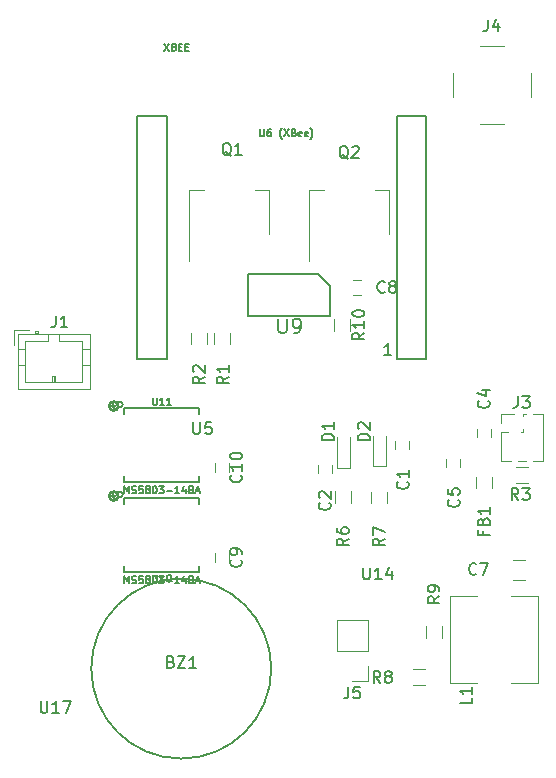
<source format=gbr>
G04 #@! TF.FileFunction,Legend,Top*
%FSLAX46Y46*%
G04 Gerber Fmt 4.6, Leading zero omitted, Abs format (unit mm)*
G04 Created by KiCad (PCBNEW 4.0.6) date Wed Dec 27 21:20:59 2017*
%MOMM*%
%LPD*%
G01*
G04 APERTURE LIST*
%ADD10C,0.128000*%
%ADD11C,0.150000*%
%ADD12C,0.120000*%
%ADD13C,0.203200*%
%ADD14C,0.254000*%
%ADD15C,0.127000*%
%ADD16C,0.152400*%
G04 APERTURE END LIST*
D10*
D11*
X156591000Y-110363000D02*
G75*
G03X156591000Y-110363000I-7620000J0D01*
G01*
D12*
X151720000Y-82923000D02*
X151720000Y-81923000D01*
X153080000Y-81923000D02*
X153080000Y-82923000D01*
X151175000Y-81923000D02*
X151175000Y-82923000D01*
X149815000Y-82923000D02*
X149815000Y-81923000D01*
D13*
X147731480Y-84114640D02*
X145232120Y-84114640D01*
X145232120Y-84114640D02*
X145232120Y-63614300D01*
X145232120Y-63614300D02*
X147731480Y-63614300D01*
X147731480Y-84114640D02*
X147731480Y-63614300D01*
X167228520Y-84114640D02*
X169727880Y-84114640D01*
X169727880Y-84114640D02*
X169727880Y-63614300D01*
X169727880Y-63614300D02*
X167228520Y-63614300D01*
X167228520Y-84114640D02*
X167228520Y-63614300D01*
D12*
X176035000Y-92770000D02*
X176857470Y-92770000D01*
X178742530Y-92770000D02*
X179565000Y-92770000D01*
X177472530Y-92770000D02*
X178127470Y-92770000D01*
X176035000Y-90295000D02*
X176035000Y-92770000D01*
X179565000Y-88840000D02*
X179565000Y-92770000D01*
X176035000Y-90295000D02*
X176601529Y-90295000D01*
X177728471Y-90295000D02*
X177871529Y-90295000D01*
X177925000Y-90241529D02*
X177925000Y-90098471D01*
X177925000Y-88971529D02*
X177925000Y-88840000D01*
X177925000Y-88840000D02*
X178127470Y-88840000D01*
X178742530Y-88840000D02*
X179565000Y-88840000D01*
X176035000Y-89535000D02*
X176035000Y-88775000D01*
X176035000Y-88775000D02*
X177165000Y-88775000D01*
X167040000Y-91790000D02*
X167040000Y-91090000D01*
X168240000Y-91090000D02*
X168240000Y-91790000D01*
X161763000Y-93122000D02*
X161763000Y-93822000D01*
X160563000Y-93822000D02*
X160563000Y-93122000D01*
X175225000Y-90074000D02*
X175225000Y-90774000D01*
X174025000Y-90774000D02*
X174025000Y-90074000D01*
X172558000Y-92614000D02*
X172558000Y-93314000D01*
X171358000Y-93314000D02*
X171358000Y-92614000D01*
X163480000Y-77505000D02*
X164180000Y-77505000D01*
X164180000Y-78705000D02*
X163480000Y-78705000D01*
X162137000Y-93367000D02*
X163237000Y-93367000D01*
X163237000Y-93367000D02*
X163237000Y-90767000D01*
X162137000Y-93367000D02*
X162137000Y-90767000D01*
X165185000Y-93240000D02*
X166285000Y-93240000D01*
X166285000Y-93240000D02*
X166285000Y-90640000D01*
X165185000Y-93240000D02*
X165185000Y-90640000D01*
X175305000Y-94115000D02*
X175305000Y-95115000D01*
X173945000Y-95115000D02*
X173945000Y-94115000D01*
X174050500Y-111586500D02*
X171750500Y-111586500D01*
X171750500Y-111586500D02*
X171750500Y-104186500D01*
X171750500Y-104186500D02*
X174050500Y-104186500D01*
X176850500Y-104186500D02*
X179150500Y-104186500D01*
X179150500Y-104186500D02*
X179150500Y-111586500D01*
X179150500Y-111586500D02*
X176850500Y-111586500D01*
X156445000Y-69845000D02*
X155185000Y-69845000D01*
X149625000Y-69845000D02*
X150885000Y-69845000D01*
X156445000Y-73605000D02*
X156445000Y-69845000D01*
X149625000Y-75855000D02*
X149625000Y-69845000D01*
X166605000Y-69845000D02*
X165345000Y-69845000D01*
X159785000Y-69845000D02*
X161045000Y-69845000D01*
X166605000Y-73605000D02*
X166605000Y-69845000D01*
X159785000Y-75855000D02*
X159785000Y-69845000D01*
X177300000Y-93300000D02*
X178300000Y-93300000D01*
X178300000Y-94660000D02*
X177300000Y-94660000D01*
X163367000Y-95342000D02*
X163367000Y-96342000D01*
X162007000Y-96342000D02*
X162007000Y-95342000D01*
X166415000Y-95385000D02*
X166415000Y-96385000D01*
X165055000Y-96385000D02*
X165055000Y-95385000D01*
X169600500Y-111741500D02*
X168600500Y-111741500D01*
X168600500Y-110381500D02*
X169600500Y-110381500D01*
X169690500Y-107751500D02*
X169690500Y-106751500D01*
X171050500Y-106751500D02*
X171050500Y-107751500D01*
X161880000Y-81780000D02*
X161880000Y-80780000D01*
X163240000Y-80780000D02*
X163240000Y-81780000D01*
D11*
X161565000Y-77985000D02*
X160565000Y-76985000D01*
X160565000Y-76985000D02*
X154665000Y-76985000D01*
X154665000Y-76985000D02*
X154665000Y-80495000D01*
X154665000Y-80495000D02*
X161565000Y-80495000D01*
X161565000Y-80495000D02*
X161565000Y-77985000D01*
D12*
X153000000Y-100615000D02*
X153000000Y-101315000D01*
X151800000Y-101315000D02*
X151800000Y-100615000D01*
X153000000Y-92995000D02*
X153000000Y-93695000D01*
X151800000Y-93695000D02*
X151800000Y-92995000D01*
D14*
X143637000Y-95758000D02*
G75*
G03X143637000Y-95758000I-381000J0D01*
G01*
X143383000Y-95758000D02*
G75*
G03X143383000Y-95758000I-127000J0D01*
G01*
D13*
X144122140Y-95961200D02*
X150517860Y-95961200D01*
X150517860Y-102158800D02*
X144122140Y-102158800D01*
X144122140Y-102158800D02*
X144122140Y-101658420D01*
X150517860Y-102158800D02*
X150517860Y-101658420D01*
X150517860Y-95961200D02*
X150517860Y-96461580D01*
X144122140Y-95961200D02*
X144122140Y-96461580D01*
D10*
X144018000Y-95631000D02*
G75*
G03X144018000Y-95631000I-254000J0D01*
G01*
D14*
X143637000Y-88138000D02*
G75*
G03X143637000Y-88138000I-381000J0D01*
G01*
X143383000Y-88138000D02*
G75*
G03X143383000Y-88138000I-127000J0D01*
G01*
D13*
X144122140Y-88341200D02*
X150517860Y-88341200D01*
X150517860Y-94538800D02*
X144122140Y-94538800D01*
X144122140Y-94538800D02*
X144122140Y-94038420D01*
X150517860Y-94538800D02*
X150517860Y-94038420D01*
X150517860Y-88341200D02*
X150517860Y-88841580D01*
X144122140Y-88341200D02*
X144122140Y-88841580D01*
D10*
X144018000Y-88011000D02*
G75*
G03X144018000Y-88011000I-254000J0D01*
G01*
D12*
X174260000Y-57660000D02*
X176260000Y-57660000D01*
X174260000Y-64260000D02*
X176260000Y-64260000D01*
X178560000Y-59960000D02*
X178560000Y-61960000D01*
X171960000Y-59960000D02*
X171960000Y-61960000D01*
X164779000Y-106239000D02*
X162119000Y-106239000D01*
X164779000Y-108839000D02*
X164779000Y-106239000D01*
X162119000Y-108839000D02*
X162119000Y-106239000D01*
X164779000Y-108839000D02*
X162119000Y-108839000D01*
X164779000Y-110109000D02*
X164779000Y-111439000D01*
X164779000Y-111439000D02*
X163449000Y-111439000D01*
X135110000Y-82020000D02*
X135110000Y-86720000D01*
X135110000Y-86720000D02*
X141210000Y-86720000D01*
X141210000Y-86720000D02*
X141210000Y-82020000D01*
X141210000Y-82020000D02*
X135110000Y-82020000D01*
X137660000Y-82020000D02*
X137660000Y-82620000D01*
X137660000Y-82620000D02*
X135710000Y-82620000D01*
X135710000Y-82620000D02*
X135710000Y-86120000D01*
X135710000Y-86120000D02*
X140610000Y-86120000D01*
X140610000Y-86120000D02*
X140610000Y-82620000D01*
X140610000Y-82620000D02*
X138660000Y-82620000D01*
X138660000Y-82620000D02*
X138660000Y-82020000D01*
X135110000Y-83320000D02*
X135710000Y-83320000D01*
X135110000Y-84620000D02*
X135710000Y-84620000D01*
X141210000Y-83320000D02*
X140610000Y-83320000D01*
X141210000Y-84620000D02*
X140610000Y-84620000D01*
X136860000Y-82020000D02*
X136860000Y-81820000D01*
X136860000Y-81820000D02*
X136560000Y-81820000D01*
X136560000Y-81820000D02*
X136560000Y-82020000D01*
X136860000Y-81920000D02*
X136560000Y-81920000D01*
X138060000Y-86120000D02*
X138060000Y-85620000D01*
X138060000Y-85620000D02*
X138260000Y-85620000D01*
X138260000Y-85620000D02*
X138260000Y-86120000D01*
X138160000Y-86120000D02*
X138160000Y-85620000D01*
X136060000Y-81720000D02*
X134810000Y-81720000D01*
X134810000Y-81720000D02*
X134810000Y-82970000D01*
X178046000Y-101131000D02*
X177046000Y-101131000D01*
X177046000Y-102831000D02*
X178046000Y-102831000D01*
D11*
X148090048Y-109791571D02*
X148232905Y-109839190D01*
X148280524Y-109886810D01*
X148328143Y-109982048D01*
X148328143Y-110124905D01*
X148280524Y-110220143D01*
X148232905Y-110267762D01*
X148137667Y-110315381D01*
X147756714Y-110315381D01*
X147756714Y-109315381D01*
X148090048Y-109315381D01*
X148185286Y-109363000D01*
X148232905Y-109410619D01*
X148280524Y-109505857D01*
X148280524Y-109601095D01*
X148232905Y-109696333D01*
X148185286Y-109743952D01*
X148090048Y-109791571D01*
X147756714Y-109791571D01*
X148661476Y-109315381D02*
X149328143Y-109315381D01*
X148661476Y-110315381D01*
X149328143Y-110315381D01*
X150232905Y-110315381D02*
X149661476Y-110315381D01*
X149947190Y-110315381D02*
X149947190Y-109315381D01*
X149851952Y-109458238D01*
X149756714Y-109553476D01*
X149661476Y-109601095D01*
X152979381Y-85637666D02*
X152503190Y-85971000D01*
X152979381Y-86209095D02*
X151979381Y-86209095D01*
X151979381Y-85828142D01*
X152027000Y-85732904D01*
X152074619Y-85685285D01*
X152169857Y-85637666D01*
X152312714Y-85637666D01*
X152407952Y-85685285D01*
X152455571Y-85732904D01*
X152503190Y-85828142D01*
X152503190Y-86209095D01*
X152979381Y-84685285D02*
X152979381Y-85256714D01*
X152979381Y-84971000D02*
X151979381Y-84971000D01*
X152122238Y-85066238D01*
X152217476Y-85161476D01*
X152265095Y-85256714D01*
X150947381Y-85637666D02*
X150471190Y-85971000D01*
X150947381Y-86209095D02*
X149947381Y-86209095D01*
X149947381Y-85828142D01*
X149995000Y-85732904D01*
X150042619Y-85685285D01*
X150137857Y-85637666D01*
X150280714Y-85637666D01*
X150375952Y-85685285D01*
X150423571Y-85732904D01*
X150471190Y-85828142D01*
X150471190Y-86209095D01*
X150042619Y-85256714D02*
X149995000Y-85209095D01*
X149947381Y-85113857D01*
X149947381Y-84875761D01*
X149995000Y-84780523D01*
X150042619Y-84732904D01*
X150137857Y-84685285D01*
X150233095Y-84685285D01*
X150375952Y-84732904D01*
X150947381Y-85304333D01*
X150947381Y-84685285D01*
D15*
X155640315Y-64690171D02*
X155640315Y-65183657D01*
X155669343Y-65241714D01*
X155698372Y-65270743D01*
X155756429Y-65299771D01*
X155872543Y-65299771D01*
X155930601Y-65270743D01*
X155959629Y-65241714D01*
X155988658Y-65183657D01*
X155988658Y-64690171D01*
X156540201Y-64690171D02*
X156424087Y-64690171D01*
X156366030Y-64719200D01*
X156337001Y-64748229D01*
X156278944Y-64835314D01*
X156249915Y-64951429D01*
X156249915Y-65183657D01*
X156278944Y-65241714D01*
X156307972Y-65270743D01*
X156366030Y-65299771D01*
X156482144Y-65299771D01*
X156540201Y-65270743D01*
X156569230Y-65241714D01*
X156598258Y-65183657D01*
X156598258Y-65038514D01*
X156569230Y-64980457D01*
X156540201Y-64951429D01*
X156482144Y-64922400D01*
X156366030Y-64922400D01*
X156307972Y-64951429D01*
X156278944Y-64980457D01*
X156249915Y-65038514D01*
X157498143Y-65532000D02*
X157469115Y-65502971D01*
X157411058Y-65415886D01*
X157382029Y-65357829D01*
X157353000Y-65270743D01*
X157323972Y-65125600D01*
X157323972Y-65009486D01*
X157353000Y-64864343D01*
X157382029Y-64777257D01*
X157411058Y-64719200D01*
X157469115Y-64632114D01*
X157498143Y-64603086D01*
X157672315Y-64690171D02*
X158078715Y-65299771D01*
X158078715Y-64690171D02*
X157672315Y-65299771D01*
X158514143Y-64980457D02*
X158601229Y-65009486D01*
X158630257Y-65038514D01*
X158659286Y-65096571D01*
X158659286Y-65183657D01*
X158630257Y-65241714D01*
X158601229Y-65270743D01*
X158543171Y-65299771D01*
X158310943Y-65299771D01*
X158310943Y-64690171D01*
X158514143Y-64690171D01*
X158572200Y-64719200D01*
X158601229Y-64748229D01*
X158630257Y-64806286D01*
X158630257Y-64864343D01*
X158601229Y-64922400D01*
X158572200Y-64951429D01*
X158514143Y-64980457D01*
X158310943Y-64980457D01*
X159152771Y-65270743D02*
X159094714Y-65299771D01*
X158978600Y-65299771D01*
X158920543Y-65270743D01*
X158891514Y-65212686D01*
X158891514Y-64980457D01*
X158920543Y-64922400D01*
X158978600Y-64893371D01*
X159094714Y-64893371D01*
X159152771Y-64922400D01*
X159181800Y-64980457D01*
X159181800Y-65038514D01*
X158891514Y-65096571D01*
X159675285Y-65270743D02*
X159617228Y-65299771D01*
X159501114Y-65299771D01*
X159443057Y-65270743D01*
X159414028Y-65212686D01*
X159414028Y-64980457D01*
X159443057Y-64922400D01*
X159501114Y-64893371D01*
X159617228Y-64893371D01*
X159675285Y-64922400D01*
X159704314Y-64980457D01*
X159704314Y-65038514D01*
X159414028Y-65096571D01*
X159907514Y-65532000D02*
X159936542Y-65502971D01*
X159994599Y-65415886D01*
X160023628Y-65357829D01*
X160052657Y-65270743D01*
X160081685Y-65125600D01*
X160081685Y-65009486D01*
X160052657Y-64864343D01*
X160023628Y-64777257D01*
X159994599Y-64719200D01*
X159936542Y-64632114D01*
X159907514Y-64603086D01*
X147530458Y-57451171D02*
X147936858Y-58060771D01*
X147936858Y-57451171D02*
X147530458Y-58060771D01*
X148372286Y-57741457D02*
X148459372Y-57770486D01*
X148488400Y-57799514D01*
X148517429Y-57857571D01*
X148517429Y-57944657D01*
X148488400Y-58002714D01*
X148459372Y-58031743D01*
X148401314Y-58060771D01*
X148169086Y-58060771D01*
X148169086Y-57451171D01*
X148372286Y-57451171D01*
X148430343Y-57480200D01*
X148459372Y-57509229D01*
X148488400Y-57567286D01*
X148488400Y-57625343D01*
X148459372Y-57683400D01*
X148430343Y-57712429D01*
X148372286Y-57741457D01*
X148169086Y-57741457D01*
X148778686Y-57741457D02*
X148981886Y-57741457D01*
X149068972Y-58060771D02*
X148778686Y-58060771D01*
X148778686Y-57451171D01*
X149068972Y-57451171D01*
X149330229Y-57741457D02*
X149533429Y-57741457D01*
X149620515Y-58060771D02*
X149330229Y-58060771D01*
X149330229Y-57451171D01*
X149620515Y-57451171D01*
D16*
X166761886Y-83832579D02*
X166181315Y-83832579D01*
X166471601Y-83832579D02*
X166471601Y-82816579D01*
X166374839Y-82961722D01*
X166278077Y-83058484D01*
X166181315Y-83106865D01*
D11*
X177466667Y-87292381D02*
X177466667Y-88006667D01*
X177419047Y-88149524D01*
X177323809Y-88244762D01*
X177180952Y-88292381D01*
X177085714Y-88292381D01*
X177847619Y-87292381D02*
X178466667Y-87292381D01*
X178133333Y-87673333D01*
X178276191Y-87673333D01*
X178371429Y-87720952D01*
X178419048Y-87768571D01*
X178466667Y-87863810D01*
X178466667Y-88101905D01*
X178419048Y-88197143D01*
X178371429Y-88244762D01*
X178276191Y-88292381D01*
X177990476Y-88292381D01*
X177895238Y-88244762D01*
X177847619Y-88197143D01*
X168124143Y-94527666D02*
X168171762Y-94575285D01*
X168219381Y-94718142D01*
X168219381Y-94813380D01*
X168171762Y-94956238D01*
X168076524Y-95051476D01*
X167981286Y-95099095D01*
X167790810Y-95146714D01*
X167647952Y-95146714D01*
X167457476Y-95099095D01*
X167362238Y-95051476D01*
X167267000Y-94956238D01*
X167219381Y-94813380D01*
X167219381Y-94718142D01*
X167267000Y-94575285D01*
X167314619Y-94527666D01*
X168219381Y-93575285D02*
X168219381Y-94146714D01*
X168219381Y-93861000D02*
X167219381Y-93861000D01*
X167362238Y-93956238D01*
X167457476Y-94051476D01*
X167505095Y-94146714D01*
X161520143Y-96305666D02*
X161567762Y-96353285D01*
X161615381Y-96496142D01*
X161615381Y-96591380D01*
X161567762Y-96734238D01*
X161472524Y-96829476D01*
X161377286Y-96877095D01*
X161186810Y-96924714D01*
X161043952Y-96924714D01*
X160853476Y-96877095D01*
X160758238Y-96829476D01*
X160663000Y-96734238D01*
X160615381Y-96591380D01*
X160615381Y-96496142D01*
X160663000Y-96353285D01*
X160710619Y-96305666D01*
X160710619Y-95924714D02*
X160663000Y-95877095D01*
X160615381Y-95781857D01*
X160615381Y-95543761D01*
X160663000Y-95448523D01*
X160710619Y-95400904D01*
X160805857Y-95353285D01*
X160901095Y-95353285D01*
X161043952Y-95400904D01*
X161615381Y-95972333D01*
X161615381Y-95353285D01*
X174982143Y-87669666D02*
X175029762Y-87717285D01*
X175077381Y-87860142D01*
X175077381Y-87955380D01*
X175029762Y-88098238D01*
X174934524Y-88193476D01*
X174839286Y-88241095D01*
X174648810Y-88288714D01*
X174505952Y-88288714D01*
X174315476Y-88241095D01*
X174220238Y-88193476D01*
X174125000Y-88098238D01*
X174077381Y-87955380D01*
X174077381Y-87860142D01*
X174125000Y-87717285D01*
X174172619Y-87669666D01*
X174410714Y-86812523D02*
X175077381Y-86812523D01*
X174029762Y-87050619D02*
X174744048Y-87288714D01*
X174744048Y-86669666D01*
X172442143Y-96051666D02*
X172489762Y-96099285D01*
X172537381Y-96242142D01*
X172537381Y-96337380D01*
X172489762Y-96480238D01*
X172394524Y-96575476D01*
X172299286Y-96623095D01*
X172108810Y-96670714D01*
X171965952Y-96670714D01*
X171775476Y-96623095D01*
X171680238Y-96575476D01*
X171585000Y-96480238D01*
X171537381Y-96337380D01*
X171537381Y-96242142D01*
X171585000Y-96099285D01*
X171632619Y-96051666D01*
X171537381Y-95146904D02*
X171537381Y-95623095D01*
X172013571Y-95670714D01*
X171965952Y-95623095D01*
X171918333Y-95527857D01*
X171918333Y-95289761D01*
X171965952Y-95194523D01*
X172013571Y-95146904D01*
X172108810Y-95099285D01*
X172346905Y-95099285D01*
X172442143Y-95146904D01*
X172489762Y-95194523D01*
X172537381Y-95289761D01*
X172537381Y-95527857D01*
X172489762Y-95623095D01*
X172442143Y-95670714D01*
X166203334Y-78462143D02*
X166155715Y-78509762D01*
X166012858Y-78557381D01*
X165917620Y-78557381D01*
X165774762Y-78509762D01*
X165679524Y-78414524D01*
X165631905Y-78319286D01*
X165584286Y-78128810D01*
X165584286Y-77985952D01*
X165631905Y-77795476D01*
X165679524Y-77700238D01*
X165774762Y-77605000D01*
X165917620Y-77557381D01*
X166012858Y-77557381D01*
X166155715Y-77605000D01*
X166203334Y-77652619D01*
X166774762Y-77985952D02*
X166679524Y-77938333D01*
X166631905Y-77890714D01*
X166584286Y-77795476D01*
X166584286Y-77747857D01*
X166631905Y-77652619D01*
X166679524Y-77605000D01*
X166774762Y-77557381D01*
X166965239Y-77557381D01*
X167060477Y-77605000D01*
X167108096Y-77652619D01*
X167155715Y-77747857D01*
X167155715Y-77795476D01*
X167108096Y-77890714D01*
X167060477Y-77938333D01*
X166965239Y-77985952D01*
X166774762Y-77985952D01*
X166679524Y-78033571D01*
X166631905Y-78081190D01*
X166584286Y-78176429D01*
X166584286Y-78366905D01*
X166631905Y-78462143D01*
X166679524Y-78509762D01*
X166774762Y-78557381D01*
X166965239Y-78557381D01*
X167060477Y-78509762D01*
X167108096Y-78462143D01*
X167155715Y-78366905D01*
X167155715Y-78176429D01*
X167108096Y-78081190D01*
X167060477Y-78033571D01*
X166965239Y-77985952D01*
X161869381Y-91035095D02*
X160869381Y-91035095D01*
X160869381Y-90797000D01*
X160917000Y-90654142D01*
X161012238Y-90558904D01*
X161107476Y-90511285D01*
X161297952Y-90463666D01*
X161440810Y-90463666D01*
X161631286Y-90511285D01*
X161726524Y-90558904D01*
X161821762Y-90654142D01*
X161869381Y-90797000D01*
X161869381Y-91035095D01*
X161869381Y-89511285D02*
X161869381Y-90082714D01*
X161869381Y-89797000D02*
X160869381Y-89797000D01*
X161012238Y-89892238D01*
X161107476Y-89987476D01*
X161155095Y-90082714D01*
X164917381Y-91035095D02*
X163917381Y-91035095D01*
X163917381Y-90797000D01*
X163965000Y-90654142D01*
X164060238Y-90558904D01*
X164155476Y-90511285D01*
X164345952Y-90463666D01*
X164488810Y-90463666D01*
X164679286Y-90511285D01*
X164774524Y-90558904D01*
X164869762Y-90654142D01*
X164917381Y-90797000D01*
X164917381Y-91035095D01*
X164012619Y-90082714D02*
X163965000Y-90035095D01*
X163917381Y-89939857D01*
X163917381Y-89701761D01*
X163965000Y-89606523D01*
X164012619Y-89558904D01*
X164107857Y-89511285D01*
X164203095Y-89511285D01*
X164345952Y-89558904D01*
X164917381Y-90130333D01*
X164917381Y-89511285D01*
X174553571Y-98750333D02*
X174553571Y-99083667D01*
X175077381Y-99083667D02*
X174077381Y-99083667D01*
X174077381Y-98607476D01*
X174553571Y-97893190D02*
X174601190Y-97750333D01*
X174648810Y-97702714D01*
X174744048Y-97655095D01*
X174886905Y-97655095D01*
X174982143Y-97702714D01*
X175029762Y-97750333D01*
X175077381Y-97845571D01*
X175077381Y-98226524D01*
X174077381Y-98226524D01*
X174077381Y-97893190D01*
X174125000Y-97797952D01*
X174172619Y-97750333D01*
X174267857Y-97702714D01*
X174363095Y-97702714D01*
X174458333Y-97750333D01*
X174505952Y-97797952D01*
X174553571Y-97893190D01*
X174553571Y-98226524D01*
X175077381Y-96702714D02*
X175077381Y-97274143D01*
X175077381Y-96988429D02*
X174077381Y-96988429D01*
X174220238Y-97083667D01*
X174315476Y-97178905D01*
X174363095Y-97274143D01*
X173553381Y-112815666D02*
X173553381Y-113291857D01*
X172553381Y-113291857D01*
X173553381Y-111958523D02*
X173553381Y-112529952D01*
X173553381Y-112244238D02*
X172553381Y-112244238D01*
X172696238Y-112339476D01*
X172791476Y-112434714D01*
X172839095Y-112529952D01*
X153193762Y-66968619D02*
X153098524Y-66921000D01*
X153003286Y-66825762D01*
X152860429Y-66682905D01*
X152765190Y-66635286D01*
X152669952Y-66635286D01*
X152717571Y-66873381D02*
X152622333Y-66825762D01*
X152527095Y-66730524D01*
X152479476Y-66540048D01*
X152479476Y-66206714D01*
X152527095Y-66016238D01*
X152622333Y-65921000D01*
X152717571Y-65873381D01*
X152908048Y-65873381D01*
X153003286Y-65921000D01*
X153098524Y-66016238D01*
X153146143Y-66206714D01*
X153146143Y-66540048D01*
X153098524Y-66730524D01*
X153003286Y-66825762D01*
X152908048Y-66873381D01*
X152717571Y-66873381D01*
X154098524Y-66873381D02*
X153527095Y-66873381D01*
X153812809Y-66873381D02*
X153812809Y-65873381D01*
X153717571Y-66016238D01*
X153622333Y-66111476D01*
X153527095Y-66159095D01*
X163099762Y-67222619D02*
X163004524Y-67175000D01*
X162909286Y-67079762D01*
X162766429Y-66936905D01*
X162671190Y-66889286D01*
X162575952Y-66889286D01*
X162623571Y-67127381D02*
X162528333Y-67079762D01*
X162433095Y-66984524D01*
X162385476Y-66794048D01*
X162385476Y-66460714D01*
X162433095Y-66270238D01*
X162528333Y-66175000D01*
X162623571Y-66127381D01*
X162814048Y-66127381D01*
X162909286Y-66175000D01*
X163004524Y-66270238D01*
X163052143Y-66460714D01*
X163052143Y-66794048D01*
X163004524Y-66984524D01*
X162909286Y-67079762D01*
X162814048Y-67127381D01*
X162623571Y-67127381D01*
X163433095Y-66222619D02*
X163480714Y-66175000D01*
X163575952Y-66127381D01*
X163814048Y-66127381D01*
X163909286Y-66175000D01*
X163956905Y-66222619D01*
X164004524Y-66317857D01*
X164004524Y-66413095D01*
X163956905Y-66555952D01*
X163385476Y-67127381D01*
X164004524Y-67127381D01*
X177506334Y-96083381D02*
X177173000Y-95607190D01*
X176934905Y-96083381D02*
X176934905Y-95083381D01*
X177315858Y-95083381D01*
X177411096Y-95131000D01*
X177458715Y-95178619D01*
X177506334Y-95273857D01*
X177506334Y-95416714D01*
X177458715Y-95511952D01*
X177411096Y-95559571D01*
X177315858Y-95607190D01*
X176934905Y-95607190D01*
X177839667Y-95083381D02*
X178458715Y-95083381D01*
X178125381Y-95464333D01*
X178268239Y-95464333D01*
X178363477Y-95511952D01*
X178411096Y-95559571D01*
X178458715Y-95654810D01*
X178458715Y-95892905D01*
X178411096Y-95988143D01*
X178363477Y-96035762D01*
X178268239Y-96083381D01*
X177982524Y-96083381D01*
X177887286Y-96035762D01*
X177839667Y-95988143D01*
X163139381Y-99353666D02*
X162663190Y-99687000D01*
X163139381Y-99925095D02*
X162139381Y-99925095D01*
X162139381Y-99544142D01*
X162187000Y-99448904D01*
X162234619Y-99401285D01*
X162329857Y-99353666D01*
X162472714Y-99353666D01*
X162567952Y-99401285D01*
X162615571Y-99448904D01*
X162663190Y-99544142D01*
X162663190Y-99925095D01*
X162139381Y-98496523D02*
X162139381Y-98687000D01*
X162187000Y-98782238D01*
X162234619Y-98829857D01*
X162377476Y-98925095D01*
X162567952Y-98972714D01*
X162948905Y-98972714D01*
X163044143Y-98925095D01*
X163091762Y-98877476D01*
X163139381Y-98782238D01*
X163139381Y-98591761D01*
X163091762Y-98496523D01*
X163044143Y-98448904D01*
X162948905Y-98401285D01*
X162710810Y-98401285D01*
X162615571Y-98448904D01*
X162567952Y-98496523D01*
X162520333Y-98591761D01*
X162520333Y-98782238D01*
X162567952Y-98877476D01*
X162615571Y-98925095D01*
X162710810Y-98972714D01*
X166187381Y-99353666D02*
X165711190Y-99687000D01*
X166187381Y-99925095D02*
X165187381Y-99925095D01*
X165187381Y-99544142D01*
X165235000Y-99448904D01*
X165282619Y-99401285D01*
X165377857Y-99353666D01*
X165520714Y-99353666D01*
X165615952Y-99401285D01*
X165663571Y-99448904D01*
X165711190Y-99544142D01*
X165711190Y-99925095D01*
X165187381Y-99020333D02*
X165187381Y-98353666D01*
X166187381Y-98782238D01*
X165822334Y-111577381D02*
X165489000Y-111101190D01*
X165250905Y-111577381D02*
X165250905Y-110577381D01*
X165631858Y-110577381D01*
X165727096Y-110625000D01*
X165774715Y-110672619D01*
X165822334Y-110767857D01*
X165822334Y-110910714D01*
X165774715Y-111005952D01*
X165727096Y-111053571D01*
X165631858Y-111101190D01*
X165250905Y-111101190D01*
X166393762Y-111005952D02*
X166298524Y-110958333D01*
X166250905Y-110910714D01*
X166203286Y-110815476D01*
X166203286Y-110767857D01*
X166250905Y-110672619D01*
X166298524Y-110625000D01*
X166393762Y-110577381D01*
X166584239Y-110577381D01*
X166679477Y-110625000D01*
X166727096Y-110672619D01*
X166774715Y-110767857D01*
X166774715Y-110815476D01*
X166727096Y-110910714D01*
X166679477Y-110958333D01*
X166584239Y-111005952D01*
X166393762Y-111005952D01*
X166298524Y-111053571D01*
X166250905Y-111101190D01*
X166203286Y-111196429D01*
X166203286Y-111386905D01*
X166250905Y-111482143D01*
X166298524Y-111529762D01*
X166393762Y-111577381D01*
X166584239Y-111577381D01*
X166679477Y-111529762D01*
X166727096Y-111482143D01*
X166774715Y-111386905D01*
X166774715Y-111196429D01*
X166727096Y-111101190D01*
X166679477Y-111053571D01*
X166584239Y-111005952D01*
X170822881Y-104243166D02*
X170346690Y-104576500D01*
X170822881Y-104814595D02*
X169822881Y-104814595D01*
X169822881Y-104433642D01*
X169870500Y-104338404D01*
X169918119Y-104290785D01*
X170013357Y-104243166D01*
X170156214Y-104243166D01*
X170251452Y-104290785D01*
X170299071Y-104338404D01*
X170346690Y-104433642D01*
X170346690Y-104814595D01*
X170822881Y-103766976D02*
X170822881Y-103576500D01*
X170775262Y-103481261D01*
X170727643Y-103433642D01*
X170584786Y-103338404D01*
X170394310Y-103290785D01*
X170013357Y-103290785D01*
X169918119Y-103338404D01*
X169870500Y-103386023D01*
X169822881Y-103481261D01*
X169822881Y-103671738D01*
X169870500Y-103766976D01*
X169918119Y-103814595D01*
X170013357Y-103862214D01*
X170251452Y-103862214D01*
X170346690Y-103814595D01*
X170394310Y-103766976D01*
X170441929Y-103671738D01*
X170441929Y-103481261D01*
X170394310Y-103386023D01*
X170346690Y-103338404D01*
X170251452Y-103290785D01*
X164462381Y-81922857D02*
X163986190Y-82256191D01*
X164462381Y-82494286D02*
X163462381Y-82494286D01*
X163462381Y-82113333D01*
X163510000Y-82018095D01*
X163557619Y-81970476D01*
X163652857Y-81922857D01*
X163795714Y-81922857D01*
X163890952Y-81970476D01*
X163938571Y-82018095D01*
X163986190Y-82113333D01*
X163986190Y-82494286D01*
X164462381Y-80970476D02*
X164462381Y-81541905D01*
X164462381Y-81256191D02*
X163462381Y-81256191D01*
X163605238Y-81351429D01*
X163700476Y-81446667D01*
X163748095Y-81541905D01*
X163462381Y-80351429D02*
X163462381Y-80256190D01*
X163510000Y-80160952D01*
X163557619Y-80113333D01*
X163652857Y-80065714D01*
X163843333Y-80018095D01*
X164081429Y-80018095D01*
X164271905Y-80065714D01*
X164367143Y-80113333D01*
X164414762Y-80160952D01*
X164462381Y-80256190D01*
X164462381Y-80351429D01*
X164414762Y-80446667D01*
X164367143Y-80494286D01*
X164271905Y-80541905D01*
X164081429Y-80589524D01*
X163843333Y-80589524D01*
X163652857Y-80541905D01*
X163557619Y-80494286D01*
X163510000Y-80446667D01*
X163462381Y-80351429D01*
X157200714Y-80749857D02*
X157200714Y-81721286D01*
X157257857Y-81835571D01*
X157315000Y-81892714D01*
X157429286Y-81949857D01*
X157657857Y-81949857D01*
X157772143Y-81892714D01*
X157829286Y-81835571D01*
X157886429Y-81721286D01*
X157886429Y-80749857D01*
X158515000Y-81949857D02*
X158743572Y-81949857D01*
X158857857Y-81892714D01*
X158915000Y-81835571D01*
X159029286Y-81664143D01*
X159086429Y-81435571D01*
X159086429Y-80978429D01*
X159029286Y-80864143D01*
X158972143Y-80807000D01*
X158857857Y-80749857D01*
X158629286Y-80749857D01*
X158515000Y-80807000D01*
X158457857Y-80864143D01*
X158400714Y-80978429D01*
X158400714Y-81264143D01*
X158457857Y-81378429D01*
X158515000Y-81435571D01*
X158629286Y-81492714D01*
X158857857Y-81492714D01*
X158972143Y-81435571D01*
X159029286Y-81378429D01*
X159086429Y-81264143D01*
X154007143Y-101131666D02*
X154054762Y-101179285D01*
X154102381Y-101322142D01*
X154102381Y-101417380D01*
X154054762Y-101560238D01*
X153959524Y-101655476D01*
X153864286Y-101703095D01*
X153673810Y-101750714D01*
X153530952Y-101750714D01*
X153340476Y-101703095D01*
X153245238Y-101655476D01*
X153150000Y-101560238D01*
X153102381Y-101417380D01*
X153102381Y-101322142D01*
X153150000Y-101179285D01*
X153197619Y-101131666D01*
X154102381Y-100655476D02*
X154102381Y-100465000D01*
X154054762Y-100369761D01*
X154007143Y-100322142D01*
X153864286Y-100226904D01*
X153673810Y-100179285D01*
X153292857Y-100179285D01*
X153197619Y-100226904D01*
X153150000Y-100274523D01*
X153102381Y-100369761D01*
X153102381Y-100560238D01*
X153150000Y-100655476D01*
X153197619Y-100703095D01*
X153292857Y-100750714D01*
X153530952Y-100750714D01*
X153626190Y-100703095D01*
X153673810Y-100655476D01*
X153721429Y-100560238D01*
X153721429Y-100369761D01*
X153673810Y-100274523D01*
X153626190Y-100226904D01*
X153530952Y-100179285D01*
X154007143Y-93987857D02*
X154054762Y-94035476D01*
X154102381Y-94178333D01*
X154102381Y-94273571D01*
X154054762Y-94416429D01*
X153959524Y-94511667D01*
X153864286Y-94559286D01*
X153673810Y-94606905D01*
X153530952Y-94606905D01*
X153340476Y-94559286D01*
X153245238Y-94511667D01*
X153150000Y-94416429D01*
X153102381Y-94273571D01*
X153102381Y-94178333D01*
X153150000Y-94035476D01*
X153197619Y-93987857D01*
X154102381Y-93035476D02*
X154102381Y-93606905D01*
X154102381Y-93321191D02*
X153102381Y-93321191D01*
X153245238Y-93416429D01*
X153340476Y-93511667D01*
X153388095Y-93606905D01*
X153102381Y-92416429D02*
X153102381Y-92321190D01*
X153150000Y-92225952D01*
X153197619Y-92178333D01*
X153292857Y-92130714D01*
X153483333Y-92083095D01*
X153721429Y-92083095D01*
X153911905Y-92130714D01*
X154007143Y-92178333D01*
X154054762Y-92225952D01*
X154102381Y-92321190D01*
X154102381Y-92416429D01*
X154054762Y-92511667D01*
X154007143Y-92559286D01*
X153911905Y-92606905D01*
X153721429Y-92654524D01*
X153483333Y-92654524D01*
X153292857Y-92606905D01*
X153197619Y-92559286D01*
X153150000Y-92511667D01*
X153102381Y-92416429D01*
D15*
X146565258Y-102409171D02*
X146565258Y-102902657D01*
X146594286Y-102960714D01*
X146623315Y-102989743D01*
X146681372Y-103018771D01*
X146797486Y-103018771D01*
X146855544Y-102989743D01*
X146884572Y-102960714D01*
X146913601Y-102902657D01*
X146913601Y-102409171D01*
X147523201Y-103018771D02*
X147174858Y-103018771D01*
X147349030Y-103018771D02*
X147349030Y-102409171D01*
X147290973Y-102496257D01*
X147232915Y-102554314D01*
X147174858Y-102583343D01*
X147900572Y-102409171D02*
X147958629Y-102409171D01*
X148016686Y-102438200D01*
X148045715Y-102467229D01*
X148074744Y-102525286D01*
X148103772Y-102641400D01*
X148103772Y-102786543D01*
X148074744Y-102902657D01*
X148045715Y-102960714D01*
X148016686Y-102989743D01*
X147958629Y-103018771D01*
X147900572Y-103018771D01*
X147842515Y-102989743D01*
X147813486Y-102960714D01*
X147784458Y-102902657D01*
X147755429Y-102786543D01*
X147755429Y-102641400D01*
X147784458Y-102525286D01*
X147813486Y-102467229D01*
X147842515Y-102438200D01*
X147900572Y-102409171D01*
X144141373Y-103145771D02*
X144141373Y-102536171D01*
X144344573Y-102971600D01*
X144547773Y-102536171D01*
X144547773Y-103145771D01*
X144809030Y-103116743D02*
X144896116Y-103145771D01*
X145041259Y-103145771D01*
X145099316Y-103116743D01*
X145128345Y-103087714D01*
X145157373Y-103029657D01*
X145157373Y-102971600D01*
X145128345Y-102913543D01*
X145099316Y-102884514D01*
X145041259Y-102855486D01*
X144925145Y-102826457D01*
X144867087Y-102797429D01*
X144838059Y-102768400D01*
X144809030Y-102710343D01*
X144809030Y-102652286D01*
X144838059Y-102594229D01*
X144867087Y-102565200D01*
X144925145Y-102536171D01*
X145070287Y-102536171D01*
X145157373Y-102565200D01*
X145708916Y-102536171D02*
X145418630Y-102536171D01*
X145389601Y-102826457D01*
X145418630Y-102797429D01*
X145476687Y-102768400D01*
X145621830Y-102768400D01*
X145679887Y-102797429D01*
X145708916Y-102826457D01*
X145737944Y-102884514D01*
X145737944Y-103029657D01*
X145708916Y-103087714D01*
X145679887Y-103116743D01*
X145621830Y-103145771D01*
X145476687Y-103145771D01*
X145418630Y-103116743D01*
X145389601Y-103087714D01*
X146086287Y-102797429D02*
X146028229Y-102768400D01*
X145999201Y-102739371D01*
X145970172Y-102681314D01*
X145970172Y-102652286D01*
X145999201Y-102594229D01*
X146028229Y-102565200D01*
X146086287Y-102536171D01*
X146202401Y-102536171D01*
X146260458Y-102565200D01*
X146289487Y-102594229D01*
X146318515Y-102652286D01*
X146318515Y-102681314D01*
X146289487Y-102739371D01*
X146260458Y-102768400D01*
X146202401Y-102797429D01*
X146086287Y-102797429D01*
X146028229Y-102826457D01*
X145999201Y-102855486D01*
X145970172Y-102913543D01*
X145970172Y-103029657D01*
X145999201Y-103087714D01*
X146028229Y-103116743D01*
X146086287Y-103145771D01*
X146202401Y-103145771D01*
X146260458Y-103116743D01*
X146289487Y-103087714D01*
X146318515Y-103029657D01*
X146318515Y-102913543D01*
X146289487Y-102855486D01*
X146260458Y-102826457D01*
X146202401Y-102797429D01*
X146695886Y-102536171D02*
X146753943Y-102536171D01*
X146812000Y-102565200D01*
X146841029Y-102594229D01*
X146870058Y-102652286D01*
X146899086Y-102768400D01*
X146899086Y-102913543D01*
X146870058Y-103029657D01*
X146841029Y-103087714D01*
X146812000Y-103116743D01*
X146753943Y-103145771D01*
X146695886Y-103145771D01*
X146637829Y-103116743D01*
X146608800Y-103087714D01*
X146579772Y-103029657D01*
X146550743Y-102913543D01*
X146550743Y-102768400D01*
X146579772Y-102652286D01*
X146608800Y-102594229D01*
X146637829Y-102565200D01*
X146695886Y-102536171D01*
X147102286Y-102536171D02*
X147479657Y-102536171D01*
X147276457Y-102768400D01*
X147363543Y-102768400D01*
X147421600Y-102797429D01*
X147450629Y-102826457D01*
X147479657Y-102884514D01*
X147479657Y-103029657D01*
X147450629Y-103087714D01*
X147421600Y-103116743D01*
X147363543Y-103145771D01*
X147189371Y-103145771D01*
X147131314Y-103116743D01*
X147102286Y-103087714D01*
X147740914Y-102913543D02*
X148205371Y-102913543D01*
X148814971Y-103145771D02*
X148466628Y-103145771D01*
X148640800Y-103145771D02*
X148640800Y-102536171D01*
X148582743Y-102623257D01*
X148524685Y-102681314D01*
X148466628Y-102710343D01*
X149337485Y-102739371D02*
X149337485Y-103145771D01*
X149192342Y-102507143D02*
X149047199Y-102942571D01*
X149424571Y-102942571D01*
X149859999Y-102826457D02*
X149947085Y-102855486D01*
X149976113Y-102884514D01*
X150005142Y-102942571D01*
X150005142Y-103029657D01*
X149976113Y-103087714D01*
X149947085Y-103116743D01*
X149889027Y-103145771D01*
X149656799Y-103145771D01*
X149656799Y-102536171D01*
X149859999Y-102536171D01*
X149918056Y-102565200D01*
X149947085Y-102594229D01*
X149976113Y-102652286D01*
X149976113Y-102710343D01*
X149947085Y-102768400D01*
X149918056Y-102797429D01*
X149859999Y-102826457D01*
X149656799Y-102826457D01*
X150237370Y-102971600D02*
X150527656Y-102971600D01*
X150179313Y-103145771D02*
X150382513Y-102536171D01*
X150585713Y-103145771D01*
X146565258Y-87423171D02*
X146565258Y-87916657D01*
X146594286Y-87974714D01*
X146623315Y-88003743D01*
X146681372Y-88032771D01*
X146797486Y-88032771D01*
X146855544Y-88003743D01*
X146884572Y-87974714D01*
X146913601Y-87916657D01*
X146913601Y-87423171D01*
X147523201Y-88032771D02*
X147174858Y-88032771D01*
X147349030Y-88032771D02*
X147349030Y-87423171D01*
X147290973Y-87510257D01*
X147232915Y-87568314D01*
X147174858Y-87597343D01*
X148103772Y-88032771D02*
X147755429Y-88032771D01*
X147929601Y-88032771D02*
X147929601Y-87423171D01*
X147871544Y-87510257D01*
X147813486Y-87568314D01*
X147755429Y-87597343D01*
X144141373Y-95525771D02*
X144141373Y-94916171D01*
X144344573Y-95351600D01*
X144547773Y-94916171D01*
X144547773Y-95525771D01*
X144809030Y-95496743D02*
X144896116Y-95525771D01*
X145041259Y-95525771D01*
X145099316Y-95496743D01*
X145128345Y-95467714D01*
X145157373Y-95409657D01*
X145157373Y-95351600D01*
X145128345Y-95293543D01*
X145099316Y-95264514D01*
X145041259Y-95235486D01*
X144925145Y-95206457D01*
X144867087Y-95177429D01*
X144838059Y-95148400D01*
X144809030Y-95090343D01*
X144809030Y-95032286D01*
X144838059Y-94974229D01*
X144867087Y-94945200D01*
X144925145Y-94916171D01*
X145070287Y-94916171D01*
X145157373Y-94945200D01*
X145708916Y-94916171D02*
X145418630Y-94916171D01*
X145389601Y-95206457D01*
X145418630Y-95177429D01*
X145476687Y-95148400D01*
X145621830Y-95148400D01*
X145679887Y-95177429D01*
X145708916Y-95206457D01*
X145737944Y-95264514D01*
X145737944Y-95409657D01*
X145708916Y-95467714D01*
X145679887Y-95496743D01*
X145621830Y-95525771D01*
X145476687Y-95525771D01*
X145418630Y-95496743D01*
X145389601Y-95467714D01*
X146086287Y-95177429D02*
X146028229Y-95148400D01*
X145999201Y-95119371D01*
X145970172Y-95061314D01*
X145970172Y-95032286D01*
X145999201Y-94974229D01*
X146028229Y-94945200D01*
X146086287Y-94916171D01*
X146202401Y-94916171D01*
X146260458Y-94945200D01*
X146289487Y-94974229D01*
X146318515Y-95032286D01*
X146318515Y-95061314D01*
X146289487Y-95119371D01*
X146260458Y-95148400D01*
X146202401Y-95177429D01*
X146086287Y-95177429D01*
X146028229Y-95206457D01*
X145999201Y-95235486D01*
X145970172Y-95293543D01*
X145970172Y-95409657D01*
X145999201Y-95467714D01*
X146028229Y-95496743D01*
X146086287Y-95525771D01*
X146202401Y-95525771D01*
X146260458Y-95496743D01*
X146289487Y-95467714D01*
X146318515Y-95409657D01*
X146318515Y-95293543D01*
X146289487Y-95235486D01*
X146260458Y-95206457D01*
X146202401Y-95177429D01*
X146695886Y-94916171D02*
X146753943Y-94916171D01*
X146812000Y-94945200D01*
X146841029Y-94974229D01*
X146870058Y-95032286D01*
X146899086Y-95148400D01*
X146899086Y-95293543D01*
X146870058Y-95409657D01*
X146841029Y-95467714D01*
X146812000Y-95496743D01*
X146753943Y-95525771D01*
X146695886Y-95525771D01*
X146637829Y-95496743D01*
X146608800Y-95467714D01*
X146579772Y-95409657D01*
X146550743Y-95293543D01*
X146550743Y-95148400D01*
X146579772Y-95032286D01*
X146608800Y-94974229D01*
X146637829Y-94945200D01*
X146695886Y-94916171D01*
X147102286Y-94916171D02*
X147479657Y-94916171D01*
X147276457Y-95148400D01*
X147363543Y-95148400D01*
X147421600Y-95177429D01*
X147450629Y-95206457D01*
X147479657Y-95264514D01*
X147479657Y-95409657D01*
X147450629Y-95467714D01*
X147421600Y-95496743D01*
X147363543Y-95525771D01*
X147189371Y-95525771D01*
X147131314Y-95496743D01*
X147102286Y-95467714D01*
X147740914Y-95293543D02*
X148205371Y-95293543D01*
X148814971Y-95525771D02*
X148466628Y-95525771D01*
X148640800Y-95525771D02*
X148640800Y-94916171D01*
X148582743Y-95003257D01*
X148524685Y-95061314D01*
X148466628Y-95090343D01*
X149337485Y-95119371D02*
X149337485Y-95525771D01*
X149192342Y-94887143D02*
X149047199Y-95322571D01*
X149424571Y-95322571D01*
X149859999Y-95206457D02*
X149947085Y-95235486D01*
X149976113Y-95264514D01*
X150005142Y-95322571D01*
X150005142Y-95409657D01*
X149976113Y-95467714D01*
X149947085Y-95496743D01*
X149889027Y-95525771D01*
X149656799Y-95525771D01*
X149656799Y-94916171D01*
X149859999Y-94916171D01*
X149918056Y-94945200D01*
X149947085Y-94974229D01*
X149976113Y-95032286D01*
X149976113Y-95090343D01*
X149947085Y-95148400D01*
X149918056Y-95177429D01*
X149859999Y-95206457D01*
X149656799Y-95206457D01*
X150237370Y-95351600D02*
X150527656Y-95351600D01*
X150179313Y-95525771D02*
X150382513Y-94916171D01*
X150585713Y-95525771D01*
D11*
X174926667Y-55412381D02*
X174926667Y-56126667D01*
X174879047Y-56269524D01*
X174783809Y-56364762D01*
X174640952Y-56412381D01*
X174545714Y-56412381D01*
X175831429Y-55745714D02*
X175831429Y-56412381D01*
X175593333Y-55364762D02*
X175355238Y-56079048D01*
X175974286Y-56079048D01*
X149987095Y-89487381D02*
X149987095Y-90296905D01*
X150034714Y-90392143D01*
X150082333Y-90439762D01*
X150177571Y-90487381D01*
X150368048Y-90487381D01*
X150463286Y-90439762D01*
X150510905Y-90392143D01*
X150558524Y-90296905D01*
X150558524Y-89487381D01*
X151510905Y-89487381D02*
X151034714Y-89487381D01*
X150987095Y-89963571D01*
X151034714Y-89915952D01*
X151129952Y-89868333D01*
X151368048Y-89868333D01*
X151463286Y-89915952D01*
X151510905Y-89963571D01*
X151558524Y-90058810D01*
X151558524Y-90296905D01*
X151510905Y-90392143D01*
X151463286Y-90439762D01*
X151368048Y-90487381D01*
X151129952Y-90487381D01*
X151034714Y-90439762D01*
X150987095Y-90392143D01*
X163115667Y-111891381D02*
X163115667Y-112605667D01*
X163068047Y-112748524D01*
X162972809Y-112843762D01*
X162829952Y-112891381D01*
X162734714Y-112891381D01*
X164068048Y-111891381D02*
X163591857Y-111891381D01*
X163544238Y-112367571D01*
X163591857Y-112319952D01*
X163687095Y-112272333D01*
X163925191Y-112272333D01*
X164020429Y-112319952D01*
X164068048Y-112367571D01*
X164115667Y-112462810D01*
X164115667Y-112700905D01*
X164068048Y-112796143D01*
X164020429Y-112843762D01*
X163925191Y-112891381D01*
X163687095Y-112891381D01*
X163591857Y-112843762D01*
X163544238Y-112796143D01*
X138326667Y-80472381D02*
X138326667Y-81186667D01*
X138279047Y-81329524D01*
X138183809Y-81424762D01*
X138040952Y-81472381D01*
X137945714Y-81472381D01*
X139326667Y-81472381D02*
X138755238Y-81472381D01*
X139040952Y-81472381D02*
X139040952Y-80472381D01*
X138945714Y-80615238D01*
X138850476Y-80710476D01*
X138755238Y-80758095D01*
X173950334Y-102338143D02*
X173902715Y-102385762D01*
X173759858Y-102433381D01*
X173664620Y-102433381D01*
X173521762Y-102385762D01*
X173426524Y-102290524D01*
X173378905Y-102195286D01*
X173331286Y-102004810D01*
X173331286Y-101861952D01*
X173378905Y-101671476D01*
X173426524Y-101576238D01*
X173521762Y-101481000D01*
X173664620Y-101433381D01*
X173759858Y-101433381D01*
X173902715Y-101481000D01*
X173950334Y-101528619D01*
X174283667Y-101433381D02*
X174950334Y-101433381D01*
X174521762Y-102433381D01*
X164369905Y-101806381D02*
X164369905Y-102615905D01*
X164417524Y-102711143D01*
X164465143Y-102758762D01*
X164560381Y-102806381D01*
X164750858Y-102806381D01*
X164846096Y-102758762D01*
X164893715Y-102711143D01*
X164941334Y-102615905D01*
X164941334Y-101806381D01*
X165941334Y-102806381D02*
X165369905Y-102806381D01*
X165655619Y-102806381D02*
X165655619Y-101806381D01*
X165560381Y-101949238D01*
X165465143Y-102044476D01*
X165369905Y-102092095D01*
X166798477Y-102139714D02*
X166798477Y-102806381D01*
X166560381Y-101758762D02*
X166322286Y-102473048D01*
X166941334Y-102473048D01*
X137064905Y-113109381D02*
X137064905Y-113918905D01*
X137112524Y-114014143D01*
X137160143Y-114061762D01*
X137255381Y-114109381D01*
X137445858Y-114109381D01*
X137541096Y-114061762D01*
X137588715Y-114014143D01*
X137636334Y-113918905D01*
X137636334Y-113109381D01*
X138636334Y-114109381D02*
X138064905Y-114109381D01*
X138350619Y-114109381D02*
X138350619Y-113109381D01*
X138255381Y-113252238D01*
X138160143Y-113347476D01*
X138064905Y-113395095D01*
X138969667Y-113109381D02*
X139636334Y-113109381D01*
X139207762Y-114109381D01*
M02*

</source>
